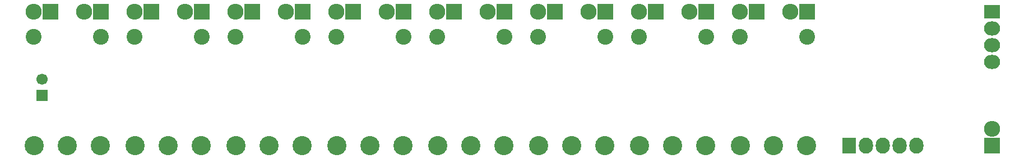
<source format=gbs>
G04 #@! TF.FileFunction,Soldermask,Bot*
%FSLAX46Y46*%
G04 Gerber Fmt 4.6, Leading zero omitted, Abs format (unit mm)*
G04 Created by KiCad (PCBNEW 4.0.4-1.fc25-product) date Mon Oct 24 00:38:01 2016*
%MOMM*%
%LPD*%
G01*
G04 APERTURE LIST*
%ADD10C,0.100000*%
%ADD11C,2.899360*%
%ADD12R,1.700000X1.700000*%
%ADD13C,1.700000*%
%ADD14R,2.432000X2.432000*%
%ADD15O,2.432000X2.432000*%
%ADD16R,2.432000X2.127200*%
%ADD17O,2.432000X2.127200*%
%ADD18C,2.398980*%
%ADD19R,2.127200X2.432000*%
%ADD20O,2.127200X2.432000*%
G04 APERTURE END LIST*
D10*
D11*
X25400000Y-86360000D03*
X20398740Y-86360000D03*
X30401260Y-86360000D03*
D12*
X21590000Y-78740000D03*
D13*
X21590000Y-76240000D03*
D14*
X165100000Y-86360000D03*
D15*
X165100000Y-83820000D03*
D16*
X165100000Y-66040000D03*
D17*
X165100000Y-68580000D03*
X165100000Y-71120000D03*
X165100000Y-73660000D03*
D14*
X30480000Y-66040000D03*
D15*
X27940000Y-66040000D03*
D14*
X45720000Y-66040000D03*
D15*
X43180000Y-66040000D03*
D14*
X60960000Y-66040000D03*
D15*
X58420000Y-66040000D03*
D14*
X76200000Y-66040000D03*
D15*
X73660000Y-66040000D03*
D14*
X22860000Y-66040000D03*
D15*
X20320000Y-66040000D03*
D11*
X86360000Y-86360000D03*
X81358740Y-86360000D03*
X91361260Y-86360000D03*
D14*
X91440000Y-66040000D03*
D15*
X88900000Y-66040000D03*
D14*
X38100000Y-66040000D03*
D15*
X35560000Y-66040000D03*
D11*
X40640000Y-86360000D03*
X35638740Y-86360000D03*
X45641260Y-86360000D03*
X101600000Y-86360000D03*
X96598740Y-86360000D03*
X106601260Y-86360000D03*
D14*
X106680000Y-66040000D03*
D15*
X104140000Y-66040000D03*
D14*
X53340000Y-66040000D03*
D15*
X50800000Y-66040000D03*
D11*
X55880000Y-86360000D03*
X50878740Y-86360000D03*
X60881260Y-86360000D03*
X116840000Y-86360000D03*
X111838740Y-86360000D03*
X121841260Y-86360000D03*
D14*
X121920000Y-66040000D03*
D15*
X119380000Y-66040000D03*
D14*
X68580000Y-66040000D03*
D15*
X66040000Y-66040000D03*
D14*
X137160000Y-66040000D03*
D15*
X134620000Y-66040000D03*
D14*
X83820000Y-66040000D03*
D15*
X81280000Y-66040000D03*
D11*
X71120000Y-86360000D03*
X66118740Y-86360000D03*
X76121260Y-86360000D03*
X132080000Y-86360000D03*
X127078740Y-86360000D03*
X137081260Y-86360000D03*
D14*
X99060000Y-66040000D03*
D15*
X96520000Y-66040000D03*
D14*
X114300000Y-66040000D03*
D15*
X111760000Y-66040000D03*
D14*
X129540000Y-66040000D03*
D15*
X127000000Y-66040000D03*
D18*
X20320000Y-69850000D03*
X30480000Y-69850000D03*
X35560000Y-69850000D03*
X45720000Y-69850000D03*
X50800000Y-69850000D03*
X60960000Y-69850000D03*
X66040000Y-69850000D03*
X76200000Y-69850000D03*
X81280000Y-69850000D03*
X91440000Y-69850000D03*
X96520000Y-69850000D03*
X106680000Y-69850000D03*
X111760000Y-69850000D03*
X121920000Y-69850000D03*
X127000000Y-69850000D03*
X137160000Y-69850000D03*
D19*
X143510000Y-86360000D03*
D20*
X146050000Y-86360000D03*
X148590000Y-86360000D03*
X151130000Y-86360000D03*
X153670000Y-86360000D03*
M02*

</source>
